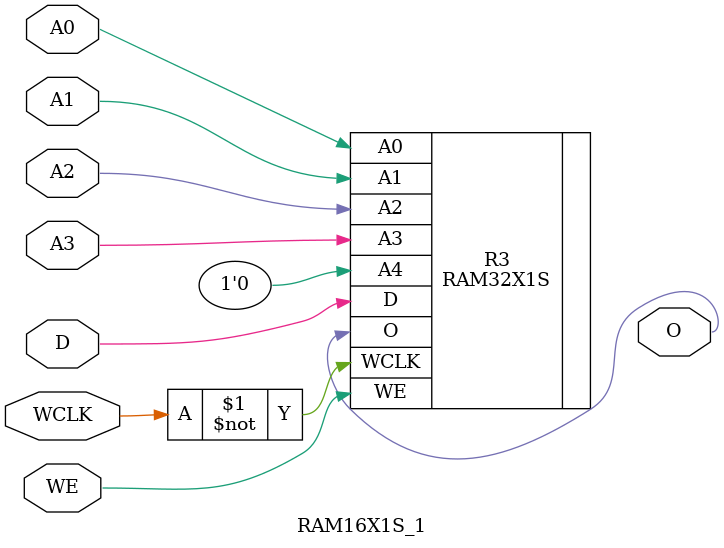
<source format=v>

`timescale  1 ps / 1 ps

module RAM16X1S_1 (O, A0, A1, A2, A3, D, WCLK, WE);

    parameter [15:0] INIT = 16'h0000;
    parameter [0:0] IS_WCLK_INVERTED = 1'b0;

    output O;

    input  A0, A1, A2, A3, D, WCLK, WE;

    RAM32X1S #(.INIT(INIT), .IS_WCLK_INVERTED(IS_WCLK_INVERTED)) R3 (
	       .O (O),
	       .A0 (A0),
	       .A1 (A1),
	       .A2 (A2),
	       .A3 (A3),
	       .A4 (1'b0),
	       .D (D),
	       .WCLK (~WCLK),
	       .WE (WE));

endmodule

</source>
